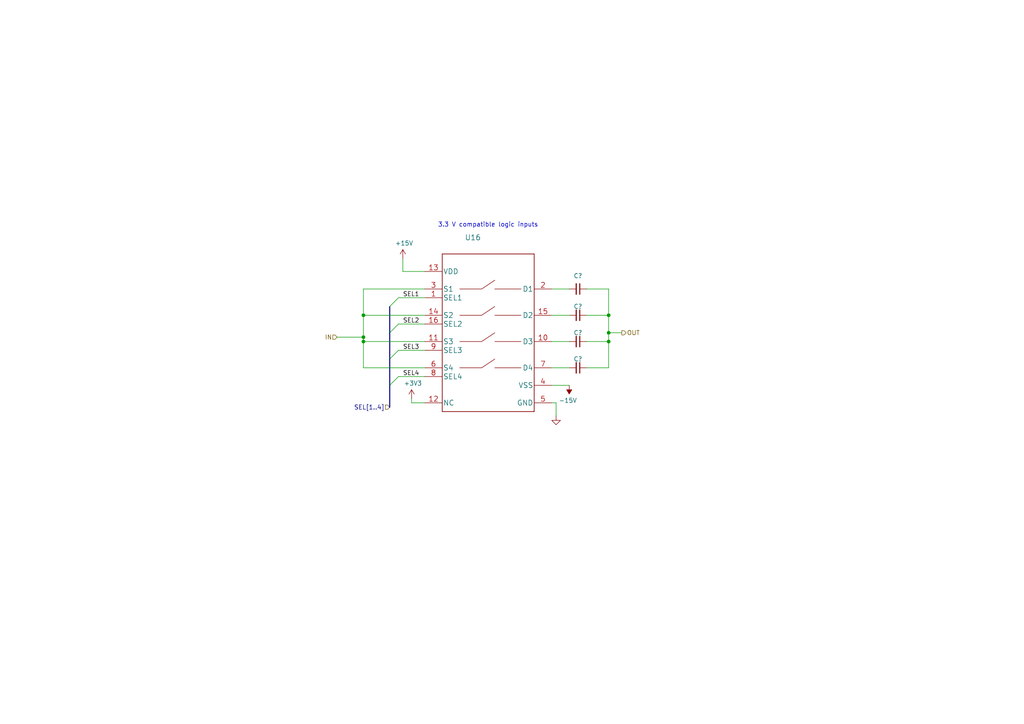
<source format=kicad_sch>
(kicad_sch (version 20211123) (generator eeschema)
  (paper "A4")
  (lib_symbols
    (symbol "Device:C_Small" (pin_numbers hide) (pin_names (offset 0.254) hide)
      (property "Reference" "C" (at 0.254 1.778 0))
      (property "Value" "C_Small" (at 0.254 -2.032 0))
      (symbol "C_Small_0_1"
        (polyline (pts (xy -1.524 -0.508) (xy 1.524 -0.508)) (stroke (width 0.3302)))
        (polyline (pts (xy -1.524 0.508) (xy 1.524 0.508)) (stroke (width 0.3048)))
      )
      (symbol "C_Small_1_1"
        (pin passive line (at 0 2.54 270) (length 2.032) (name "~") (number "1"))
        (pin passive line (at 0 -2.54 90) (length 2.032) (name "~") (number "2"))
      )
    )
    (symbol "covg-kicad:TMUX6111PWR" (pin_names (offset 0.254))
      (property "Reference" "U" (at 5.08 21.59 0))
      (property "Value" "TMUX6111PWR" (at 6.35 19.05 0))
      (symbol "TMUX6111PWR_0_1"
        (polyline (pts (xy 6.35 12.7) (xy 13.97 12.7)))
        (polyline (pts (xy 2.54 12.7) (xy -3.81 12.7) (xy 2.54 12.7) (xy 6.35 15.24)))
      )
      (symbol "TMUX6111PWR_1_1"
        (polyline (pts (xy -8.89 -22.86) (xy 17.78 -22.86)) (stroke (width 0.2032)))
        (polyline (pts (xy -8.89 22.86) (xy -8.89 -22.86)) (stroke (width 0.2032)))
        (polyline (pts (xy 6.35 -10.16) (xy 13.97 -10.16)))
        (polyline (pts (xy 6.35 -2.54) (xy 13.97 -2.54)))
        (polyline (pts (xy 6.35 5.08) (xy 13.97 5.08)))
        (polyline (pts (xy 17.78 -22.86) (xy 17.78 22.86)) (stroke (width 0.2032)))
        (polyline (pts (xy 17.78 22.86) (xy -8.89 22.86)) (stroke (width 0.2032)))
        (polyline (pts (xy 2.54 -10.16) (xy -3.81 -10.16) (xy 2.54 -10.16) (xy 6.35 -7.62)))
        (polyline (pts (xy 2.54 -2.54) (xy -3.81 -2.54) (xy 2.54 -2.54) (xy 6.35 0)))
        (polyline (pts (xy 2.54 5.08) (xy -3.81 5.08) (xy 2.54 5.08) (xy 6.35 7.62)))
        (pin input line (at -13.97 10.16 0) (length 5.08) (name "SEL1") (number "1"))
        (pin bidirectional line (at 22.86 -2.54 180) (length 5.08) (name "D3") (number "10"))
        (pin bidirectional line (at -13.97 -2.54 0) (length 5.08) (name "S3") (number "11"))
        (pin unspecified line (at -13.97 -20.32 0) (length 5.08) (name "NC") (number "12"))
        (pin power_in line (at -13.97 17.78 0) (length 5.08) (name "VDD") (number "13"))
        (pin bidirectional line (at -13.97 5.08 0) (length 5.08) (name "S2") (number "14"))
        (pin bidirectional line (at 22.86 5.08 180) (length 5.08) (name "D2") (number "15"))
        (pin input line (at -13.97 2.54 0) (length 5.08) (name "SEL2") (number "16"))
        (pin bidirectional line (at 22.86 12.7 180) (length 5.08) (name "D1") (number "2"))
        (pin bidirectional line (at -13.97 12.7 0) (length 5.08) (name "S1") (number "3"))
        (pin power_in line (at 22.86 -15.24 180) (length 5.08) (name "VSS") (number "4"))
        (pin power_in line (at 22.86 -20.32 180) (length 5.08) (name "GND") (number "5"))
        (pin bidirectional line (at -13.97 -10.16 0) (length 5.08) (name "S4") (number "6"))
        (pin bidirectional line (at 22.86 -10.16 180) (length 5.08) (name "D4") (number "7"))
        (pin input line (at -13.97 -12.7 0) (length 5.08) (name "SEL4") (number "8"))
        (pin input line (at -13.97 -5.08 0) (length 5.08) (name "SEL3") (number "9"))
      )
    )
    (symbol "power:+15V" (power) (pin_names (offset 0))
      (property "Value" "+15V" (at 0 3.556 0))
      (symbol "+15V_0_1"
        (polyline (pts (xy -0.762 1.27) (xy 0 2.54)))
        (polyline (pts (xy 0 0) (xy 0 2.54)))
        (polyline (pts (xy 0 2.54) (xy 0.762 1.27)))
      )
      (symbol "+15V_1_1"
        (pin power_in line (at 0 0 90) (length 0) hide (name "+15V") (number "1"))
      )
    )
    (symbol "power:+3.3V" (power) (pin_names (offset 0))
      (property "Value" "+3.3V" (at 0 3.556 0))
      (symbol "+3.3V_0_1"
        (polyline (pts (xy -0.762 1.27) (xy 0 2.54)))
        (polyline (pts (xy 0 0) (xy 0 2.54)))
        (polyline (pts (xy 0 2.54) (xy 0.762 1.27)))
      )
      (symbol "+3.3V_1_1"
        (pin power_in line (at 0 0 90) (length 0) hide (name "+3V3") (number "1"))
      )
    )
    (symbol "power:-15V" (power) (pin_names (offset 0))
      (property "Value" "-15V" (at 0 3.81 0))
      (symbol "-15V_0_0"
        (pin power_in line (at 0 0 90) (length 0) hide (name "-15V") (number "1"))
      )
      (symbol "-15V_0_1"
        (polyline (pts (xy 0 0) (xy 0 1.27) (xy 0.762 1.27) (xy 0 2.54) (xy -0.762 1.27) (xy 0 1.27)) (fill (type outline)))
      )
    )
    (symbol "power:GND" (power) (pin_names (offset 0))
      (property "Value" "GND" (at 0 -3.81 0))
      (symbol "GND_0_1"
        (polyline (pts (xy 0 0) (xy 0 -1.27) (xy 1.27 -1.27) (xy 0 -2.54) (xy -1.27 -1.27) (xy 0 -1.27)))
      )
      (symbol "GND_1_1"
        (pin power_in line (at 0 0 270) (length 0) hide (name "GND") (number "1"))
      )
    )
  )
  (junction (at 105.41 91.44))
  (junction (at 105.41 97.79))
  (junction (at 105.41 99.06))
  (junction (at 176.53 96.52))
  (junction (at 176.53 99.06))
  (junction (at 176.53 91.44))
  (bus_entry (at 115.57 86.36) (size -2.54 2.54))
  (bus_entry (at 115.57 101.6) (size -2.54 2.54))
  (bus_entry (at 115.57 93.98) (size -2.54 2.54))
  (bus_entry (at 115.57 109.22) (size -2.54 2.54))
  (wire (pts (xy 176.53 96.52) (xy 176.53 99.06)))
  (bus (pts (xy 113.03 96.52) (xy 113.03 104.14)))
  (wire (pts (xy 105.41 91.44) (xy 105.41 83.82)))
  (wire (pts (xy 170.18 99.06) (xy 176.53 99.06)))
  (wire (pts (xy 160.02 116.84) (xy 161.29 116.84)))
  (wire (pts (xy 123.19 109.22) (xy 115.57 109.22)))
  (wire (pts (xy 123.19 86.36) (xy 115.57 86.36)))
  (wire (pts (xy 176.53 106.68) (xy 170.18 106.68)))
  (wire (pts (xy 105.41 91.44) (xy 105.41 97.79)))
  (wire (pts (xy 160.02 83.82) (xy 165.1 83.82)))
  (wire (pts (xy 176.53 83.82) (xy 176.53 91.44)))
  (wire (pts (xy 116.84 74.93) (xy 116.84 78.74)))
  (wire (pts (xy 123.19 93.98) (xy 115.57 93.98)))
  (wire (pts (xy 170.18 91.44) (xy 176.53 91.44)))
  (wire (pts (xy 105.41 97.79) (xy 97.79 97.79)))
  (bus (pts (xy 113.03 104.14) (xy 113.03 111.76)))
  (wire (pts (xy 105.41 97.79) (xy 105.41 99.06)))
  (wire (pts (xy 116.84 78.74) (xy 123.19 78.74)))
  (wire (pts (xy 105.41 99.06) (xy 105.41 106.68)))
  (wire (pts (xy 105.41 99.06) (xy 123.19 99.06)))
  (wire (pts (xy 165.1 91.44) (xy 160.02 91.44)))
  (wire (pts (xy 119.38 115.57) (xy 119.38 116.84)))
  (bus (pts (xy 113.03 111.76) (xy 113.03 118.11)))
  (wire (pts (xy 161.29 116.84) (xy 161.29 120.65)))
  (wire (pts (xy 105.41 106.68) (xy 123.19 106.68)))
  (wire (pts (xy 160.02 106.68) (xy 165.1 106.68)))
  (wire (pts (xy 170.18 83.82) (xy 176.53 83.82)))
  (bus (pts (xy 113.03 88.9) (xy 113.03 96.52)))
  (wire (pts (xy 176.53 91.44) (xy 176.53 96.52)))
  (wire (pts (xy 160.02 99.06) (xy 165.1 99.06)))
  (wire (pts (xy 119.38 116.84) (xy 123.19 116.84)))
  (wire (pts (xy 176.53 99.06) (xy 176.53 106.68)))
  (wire (pts (xy 123.19 91.44) (xy 105.41 91.44)))
  (wire (pts (xy 160.02 111.76) (xy 165.1 111.76)))
  (wire (pts (xy 105.41 83.82) (xy 123.19 83.82)))
  (wire (pts (xy 123.19 101.6) (xy 115.57 101.6)))
  (wire (pts (xy 176.53 96.52) (xy 180.34 96.52)))
  (text "3.3 V compatible logic inputs" (at 127 66.04 0) (effects (font (size 1.27 1.27)) (justify left bottom)))
  (label "SEL2" (at 116.84 93.98 0))
  (label "SEL4" (at 116.84 109.22 0))
  (label "SEL3" (at 116.84 101.6 0))
  (label "SEL1" (at 116.84 86.36 0))
  (hierarchical_label "SEL[1..4]" (shape input) (at 113.03 118.11 180))
  (hierarchical_label "OUT" (shape output) (at 180.34 96.52 0))
  (hierarchical_label "IN" (shape input) (at 97.79 97.79 180))
  (symbol (lib_id "Device:C_Small") (at 167.64 83.82 270) (unit 1)
    (property "Reference" "C?" (at 167.64 80.01 90))
    (property "Manf#" "CC0603JRNPO9BN470" (effects hide))
    (property "Tolerance" "5%" (effects hide))
    (property "voltage" "50V" (effects hide))
  )
  (symbol (lib_id "Device:C_Small") (at 167.64 91.44 270) (unit 1)
    (property "Reference" "C?" (at 167.64 88.9 90))
    (property "Manf#" "CC0603JRNPO9BN221" (effects hide))
    (property "voltage" "50V" (effects hide))
  )
  (symbol (lib_id "Device:C_Small") (at 167.64 99.06 270) (unit 1)
    (property "Reference" "C?" (at 167.64 96.52 90))
    (property "Manf#" "CC0603JRNPO9BN102" (effects hide))
    (property "Tolerance" "5%" (effects hide))
    (property "voltage" "50V" (effects hide))
  )
  (symbol (lib_id "Device:C_Small") (at 167.64 106.68 270) (unit 1)
    (property "Reference" "C?" (at 167.64 104.14 90))
    (property "Manf#" "CC0603JRNPO9BN332" (effects hide))
    (property "Alternate Manf#" "CL10C332JB8NNNC" (effects hide))
    (property "Tolerance" "5%" (effects hide))
    (property "voltage" "50V" (effects hide))
  )
  (symbol (lib_id "covg-kicad:TMUX6111PWR") (at 137.16 96.52 0) (unit 1)
    (property "Reference" "U16" (at 137.16 68.8848 0) (effects (font (size 1.524 1.524))))
    (property "Manf#" "TMUX6111PWR" (effects hide))
    (property "Alternate Manf#" "TMUX6112PWR" (effects hide))
    (property "Alternate2 Manf#" "TMUX6113PWR" (effects hide))
  )
  (symbol (lib_id "power:-15V") (at 165.1 111.76 180) (unit 1)
    (property "Reference" "#PWR048" (effects hide))
  )
  (symbol (lib_id "power:+15V") (at 116.84 74.93 0) (unit 1)
    (property "Reference" "#PWR046" (effects hide))
  )
  (symbol (lib_id "power:GND") (at 161.29 120.65 0) (unit 1)
    (property "Reference" "#PWR047" (effects hide))
  )
  (symbol (lib_id "power:+3.3V") (at 119.38 115.57 0) (unit 1)
    (property "Reference" "#PWR0213" (effects hide))
  )
)
</source>
